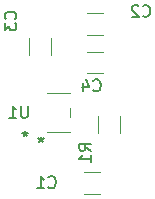
<source format=gbo>
G04 #@! TF.GenerationSoftware,KiCad,Pcbnew,6.0.7*
G04 #@! TF.CreationDate,2022-09-09T10:48:33-06:00*
G04 #@! TF.ProjectId,sdt_pa_diode,7364745f-7061-45f6-9469-6f64652e6b69,rev?*
G04 #@! TF.SameCoordinates,Original*
G04 #@! TF.FileFunction,Legend,Bot*
G04 #@! TF.FilePolarity,Positive*
%FSLAX46Y46*%
G04 Gerber Fmt 4.6, Leading zero omitted, Abs format (unit mm)*
G04 Created by KiCad (PCBNEW 6.0.7) date 2022-09-09 10:48:33*
%MOMM*%
%LPD*%
G01*
G04 APERTURE LIST*
%ADD10C,0.150000*%
%ADD11C,0.120000*%
G04 APERTURE END LIST*
D10*
X143011904Y-94552380D02*
X143011904Y-95361904D01*
X142964285Y-95457142D01*
X142916666Y-95504761D01*
X142821428Y-95552380D01*
X142630952Y-95552380D01*
X142535714Y-95504761D01*
X142488095Y-95457142D01*
X142440476Y-95361904D01*
X142440476Y-94552380D01*
X141440476Y-95552380D02*
X142011904Y-95552380D01*
X141726190Y-95552380D02*
X141726190Y-94552380D01*
X141821428Y-94695238D01*
X141916666Y-94790476D01*
X142011904Y-94838095D01*
X142800000Y-96652380D02*
X142800000Y-96890476D01*
X143038095Y-96795238D02*
X142800000Y-96890476D01*
X142561904Y-96795238D01*
X142942857Y-97080952D02*
X142800000Y-96890476D01*
X142657142Y-97080952D01*
X144126800Y-97153380D02*
X144126800Y-97391476D01*
X144364895Y-97296238D02*
X144126800Y-97391476D01*
X143888704Y-97296238D01*
X144269657Y-97581952D02*
X144126800Y-97391476D01*
X143983942Y-97581952D01*
X144766666Y-101407142D02*
X144814285Y-101454761D01*
X144957142Y-101502380D01*
X145052380Y-101502380D01*
X145195238Y-101454761D01*
X145290476Y-101359523D01*
X145338095Y-101264285D01*
X145385714Y-101073809D01*
X145385714Y-100930952D01*
X145338095Y-100740476D01*
X145290476Y-100645238D01*
X145195238Y-100550000D01*
X145052380Y-100502380D01*
X144957142Y-100502380D01*
X144814285Y-100550000D01*
X144766666Y-100597619D01*
X143814285Y-101502380D02*
X144385714Y-101502380D01*
X144100000Y-101502380D02*
X144100000Y-100502380D01*
X144195238Y-100645238D01*
X144290476Y-100740476D01*
X144385714Y-100788095D01*
X152766666Y-86907142D02*
X152814285Y-86954761D01*
X152957142Y-87002380D01*
X153052380Y-87002380D01*
X153195238Y-86954761D01*
X153290476Y-86859523D01*
X153338095Y-86764285D01*
X153385714Y-86573809D01*
X153385714Y-86430952D01*
X153338095Y-86240476D01*
X153290476Y-86145238D01*
X153195238Y-86050000D01*
X153052380Y-86002380D01*
X152957142Y-86002380D01*
X152814285Y-86050000D01*
X152766666Y-86097619D01*
X152385714Y-86097619D02*
X152338095Y-86050000D01*
X152242857Y-86002380D01*
X152004761Y-86002380D01*
X151909523Y-86050000D01*
X151861904Y-86097619D01*
X151814285Y-86192857D01*
X151814285Y-86288095D01*
X151861904Y-86430952D01*
X152433333Y-87002380D01*
X151814285Y-87002380D01*
X148566666Y-93207142D02*
X148614285Y-93254761D01*
X148757142Y-93302380D01*
X148852380Y-93302380D01*
X148995238Y-93254761D01*
X149090476Y-93159523D01*
X149138095Y-93064285D01*
X149185714Y-92873809D01*
X149185714Y-92730952D01*
X149138095Y-92540476D01*
X149090476Y-92445238D01*
X148995238Y-92350000D01*
X148852380Y-92302380D01*
X148757142Y-92302380D01*
X148614285Y-92350000D01*
X148566666Y-92397619D01*
X147709523Y-92635714D02*
X147709523Y-93302380D01*
X147947619Y-92254761D02*
X148185714Y-92969047D01*
X147566666Y-92969047D01*
X148352380Y-98333333D02*
X147876190Y-98000000D01*
X148352380Y-97761904D02*
X147352380Y-97761904D01*
X147352380Y-98142857D01*
X147400000Y-98238095D01*
X147447619Y-98285714D01*
X147542857Y-98333333D01*
X147685714Y-98333333D01*
X147780952Y-98285714D01*
X147828571Y-98238095D01*
X147876190Y-98142857D01*
X147876190Y-97761904D01*
X148352380Y-99285714D02*
X148352380Y-98714285D01*
X148352380Y-99000000D02*
X147352380Y-99000000D01*
X147495238Y-98904761D01*
X147590476Y-98809523D01*
X147638095Y-98714285D01*
X141957142Y-87183333D02*
X142004761Y-87135714D01*
X142052380Y-86992857D01*
X142052380Y-86897619D01*
X142004761Y-86754761D01*
X141909523Y-86659523D01*
X141814285Y-86611904D01*
X141623809Y-86564285D01*
X141480952Y-86564285D01*
X141290476Y-86611904D01*
X141195238Y-86659523D01*
X141100000Y-86754761D01*
X141052380Y-86897619D01*
X141052380Y-86992857D01*
X141100000Y-87135714D01*
X141147619Y-87183333D01*
X141052380Y-87516666D02*
X141052380Y-88135714D01*
X141433333Y-87802380D01*
X141433333Y-87945238D01*
X141480952Y-88040476D01*
X141528571Y-88088095D01*
X141623809Y-88135714D01*
X141861904Y-88135714D01*
X141957142Y-88088095D01*
X142004761Y-88040476D01*
X142052380Y-87945238D01*
X142052380Y-87659523D01*
X142004761Y-87564285D01*
X141957142Y-87516666D01*
D11*
X144622100Y-93474400D02*
X146577900Y-93474400D01*
X146577900Y-96725600D02*
X144622100Y-96725600D01*
X146577900Y-94736739D02*
X146577900Y-95463261D01*
X149161252Y-101960000D02*
X147738748Y-101960000D01*
X149161252Y-100140000D02*
X147738748Y-100140000D01*
X147988748Y-86690000D02*
X149411252Y-86690000D01*
X147988748Y-88510000D02*
X149411252Y-88510000D01*
X149411252Y-91760000D02*
X147988748Y-91760000D01*
X149411252Y-89940000D02*
X147988748Y-89940000D01*
X150810000Y-95422936D02*
X150810000Y-96877064D01*
X148990000Y-95422936D02*
X148990000Y-96877064D01*
X143140000Y-90211252D02*
X143140000Y-88788748D01*
X144960000Y-90211252D02*
X144960000Y-88788748D01*
M02*

</source>
